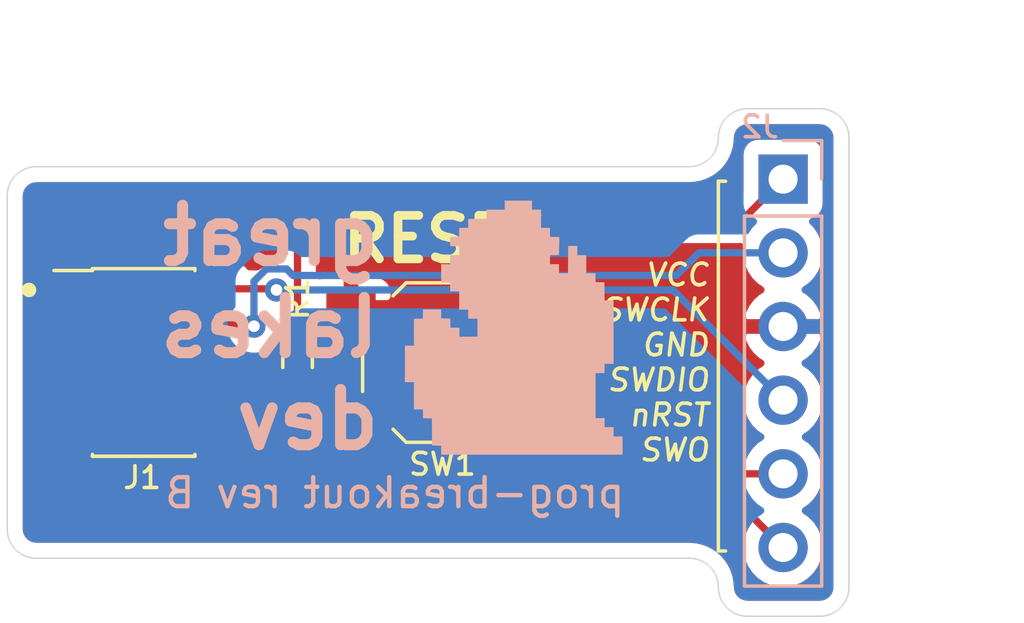
<source format=kicad_pcb>
(kicad_pcb (version 20211014) (generator pcbnew)
  (title_block (title "prog-breakout") (date "2022-12-30") (rev "B") (company "greatlakesdev") (comment 1 "CC-BY-SA"))
  (layers (0 "F.Cu" signal) (31 "B.Cu" signal) (34 "B.Paste" user) (35 "F.Paste" user) (36 "B.SilkS" user "B.Silkscreen") (37 "F.SilkS" user "F.Silkscreen") (38 "B.Mask" user) (39 "F.Mask" user) (44 "Edge.Cuts" user))
  (net 0 "")
  (net 1 "GND")
  (net 2 "Net-(J1-Pad8)")
  (net 3 "Net-(J1-Pad7)")
  (net 4 "SWDIO")
  (net 5 "VTARGET")
  (net 6 "nRST")
  (net 7 "SWO")
  (net 8 "SWCLK")
  (footprint "Connector_PinHeader_1.27mm:PinHeader_2x05_P1.27mm_Vertical_SMD" (layer "F.Cu") (at 103.7 81.25)
    (fp_text reference "J1" (at -0.05 3.97) (layer "F.SilkS") (effects (font (size 0.75 0.75) (thickness 0.125))))
    (fp_text value "Conn_02x05_Odd_Even")
    (fp_line (start -1.765 3.235) (end 1.765 3.235) (layer "F.SilkS") (width 0.12))
    (fp_line (start -1.765 -3.235) (end 1.765 -3.235) (layer "F.SilkS") (width 0.12))
    (fp_line (start 1.765 3.17) (end 1.765 3.235) (layer "F.SilkS") (width 0.12))
    (fp_line (start -1.765 -3.235) (end -1.765 -3.17) (layer "F.SilkS") (width 0.12))
    (fp_line (start 1.765 -3.235) (end 1.765 -3.17) (layer "F.SilkS") (width 0.12))
    (fp_line (start -3.09 -3.17) (end -1.765 -3.17) (layer "F.SilkS") (width 0.12))
    (fp_line (start -1.765 3.17) (end -1.765 3.235) (layer "F.SilkS") (width 0.12))
    (pad "1" smd rect locked (at -1.95 -2.54) (size 2.4 0.74) (layers "F.Cu" "F.Paste" "F.Mask") (net 5 "VTARGET"))
    (pad "2" smd rect locked (at 1.95 -2.54) (size 2.4 0.74) (layers "F.Cu" "F.Paste" "F.Mask") (net 4 "SWDIO"))
    (pad "3" smd rect locked (at -1.95 -1.27) (size 2.4 0.74) (layers "F.Cu" "F.Paste" "F.Mask") (net 1 "GND"))
    (pad "4" smd rect locked (at 1.95 -1.27) (size 2.4 0.74) (layers "F.Cu" "F.Paste" "F.Mask") (net 8 "SWCLK"))
    (pad "5" smd rect locked (at -1.95 0) (size 2.4 0.74) (layers "F.Cu" "F.Paste" "F.Mask") (net 1 "GND"))
    (pad "6" smd rect locked (at 1.95 0) (size 2.4 0.74) (layers "F.Cu" "F.Paste" "F.Mask") (net 7 "SWO"))
    (pad "7" smd rect locked (at -1.95 1.27) (size 2.4 0.74) (layers "F.Cu" "F.Paste" "F.Mask") (net 3 "Net-(J1-Pad7)"))
    (pad "8" smd rect locked (at 1.95 1.27) (size 2.4 0.74) (layers "F.Cu" "F.Paste" "F.Mask") (net 2 "Net-(J1-Pad8)"))
    (pad "9" smd rect locked (at -1.95 2.54) (size 2.4 0.74) (layers "F.Cu" "F.Paste" "F.Mask") (net 1 "GND"))
    (pad "10" smd rect locked (at 1.95 2.54) (size 2.4 0.74) (layers "F.Cu" "F.Paste" "F.Mask") (net 6 "nRST"))
  )
  (footprint "Resistor_SMD:R_0603_1608Metric" (layer "F.Cu") (at 109.002269 81.26151 90)
    (fp_text reference "R1" (at 2.2125 0 90) (layer "F.SilkS") (effects (font (size 0.75 0.75) (thickness 0.125))))
    (fp_text value "10k")
    (fp_line (start -0.162779 -0.51) (end 0.162779 -0.51) (layer "F.SilkS") (width 0.12))
    (fp_line (start -0.162779 0.51) (end 0.162779 0.51) (layer "F.SilkS") (width 0.12))
    (pad "1" smd roundrect locked (at -0.7875 0 90) (size 0.875 0.95) (layers "F.Cu" "F.Paste" "F.Mask") (net 6 "nRST"))
    (pad "2" smd roundrect locked (at 0.7875 0 90) (size 0.875 0.95) (layers "F.Cu" "F.Paste" "F.Mask") (net 5 "VTARGET"))
  )
  (footprint "Button_Switch_SMD:SW_SPST_TL3342" (layer "F.Cu") (at 113.993377 81.253066 180)
    (fp_text reference "SW1" (at 0 -3.504809) (layer "F.SilkS") (effects (font (size 0.75 0.75) (thickness 0.125))))
    (fp_text value "RESET")
    (fp_line (start -1.7 2.3) (end -1.25 2.75) (layer "F.SilkS") (width 0.12))
    (fp_line (start 1.7 -2.3) (end 1.25 -2.75) (layer "F.SilkS") (width 0.12))
    (fp_line (start -2.75 -1) (end -2.75 1) (layer "F.SilkS") (width 0.12))
    (fp_line (start -1.7 -2.3) (end -1.25 -2.75) (layer "F.SilkS") (width 0.12))
    (fp_line (start -1.25 -2.75) (end 1.25 -2.75) (layer "F.SilkS") (width 0.12))
    (fp_line (start 1.7 2.3) (end 1.25 2.75) (layer "F.SilkS") (width 0.12))
    (fp_line (start -1.25 2.75) (end 1.25 2.75) (layer "F.SilkS") (width 0.12))
    (fp_line (start 2.75 -1) (end 2.75 1) (layer "F.SilkS") (width 0.12))
    (pad "1" smd rect locked (at -3.15 -1.9 180) (size 1.7 1) (layers "F.Cu" "F.Paste" "F.Mask") (net 6 "nRST"))
    (pad "1" smd rect locked (at 3.15 -1.9 180) (size 1.7 1) (layers "F.Cu" "F.Paste" "F.Mask") (net 6 "nRST"))
    (pad "2" smd rect locked (at 3.15 1.9 180) (size 1.7 1) (layers "F.Cu" "F.Paste" "F.Mask") (net 1 "GND"))
    (pad "2" smd rect locked (at -3.15 1.9 180) (size 1.7 1) (layers "F.Cu" "F.Paste" "F.Mask") (net 1 "GND"))
  )
  (footprint "Connector_PinHeader_2.54mm:PinHeader_1x06_P2.54mm_Vertical" (layer "B.Cu") (at 125.73 74.93 180)
    (fp_text reference "J2" (at 0.797967 1.80599) (layer "B.SilkS") (effects (font (size 0.75 0.75) (thickness 0.125)) (justify mirror)))
    (fp_text value "Conn_01x06_Female")
    (fp_line (start -1.33 -14.03) (end 1.33 -14.03) (layer "B.SilkS") (width 0.12))
    (fp_line (start -1.33 1.33) (end 0 1.33) (layer "B.SilkS") (width 0.12))
    (fp_line (start -1.33 -1.27) (end -1.33 -14.03) (layer "B.SilkS") (width 0.12))
    (fp_line (start -1.33 -1.27) (end 1.33 -1.27) (layer "B.SilkS") (width 0.12))
    (fp_line (start 1.33 -1.27) (end 1.33 -14.03) (layer "B.SilkS") (width 0.12))
    (fp_line (start -1.33 0) (end -1.33 1.33) (layer "B.SilkS") (width 0.12))
    (pad "1" thru_hole rect locked (at 0 0 180) (size 1.7 1.7) (drill 1) (layers *.Cu *.Mask) (net 5 "VTARGET"))
    (pad "2" thru_hole oval locked (at 0 -2.54 180) (size 1.7 1.7) (drill 1) (layers *.Cu *.Mask) (net 8 "SWCLK"))
    (pad "3" thru_hole oval locked (at 0 -5.08 180) (size 1.7 1.7) (drill 1) (layers *.Cu *.Mask) (net 1 "GND"))
    (pad "4" thru_hole oval locked (at 0 -7.62 180) (size 1.7 1.7) (drill 1) (layers *.Cu *.Mask) (net 4 "SWDIO"))
    (pad "5" thru_hole oval locked (at 0 -10.16 180) (size 1.7 1.7) (drill 1) (layers *.Cu *.Mask) (net 6 "nRST"))
    (pad "6" thru_hole oval locked (at 0 -12.7 180) (size 1.7 1.7) (drill 1) (layers *.Cu *.Mask) (net 7 "SWO"))
  )
  (footprint "gld:gld-logo" (layer "B.Cu") (at 116.45 80.05 180)
    (fp_text reference "G***" hide)
    (fp_text value "LOGO" hide)
    (fp_text user "great" (at 4.445 3.175 unlocked) (layer "B.SilkS") (effects (font (size 1.905 1.905) (thickness 0.381)) (justify left mirror)))
    (fp_text user "dev" (at 4.445 -3.175 unlocked) (layer "B.SilkS") (effects (font (size 1.905 1.905) (thickness 0.381)) (justify left mirror)))
    (fp_text user "lakes" (at 4.445 0 unlocked) (layer "B.SilkS") (effects (font (size 1.905 1.905) (thickness 0.381)) (justify left mirror)))
    (fp_poly (pts (xy 0.31 4.07) (xy 0.94 4.07) (xy 0.94 3.75) (xy 1.57 3.75) (xy 1.57 3.44) (xy 1.88 3.44) (xy 1.88 3.13) (xy 2.19 3.13) (xy 2.19 2.81) (xy 1.88 2.81) (xy 1.88 2.5) (xy 2.19 2.5) (xy 2.19 2.19) (xy 2.5 2.19) (xy 2.5 1.56) (xy 2.19 1.56) (xy 2.19 1.25) (xy 1.88 1.25) (xy 1.88 0.62) (xy 1.57 0.62) (xy 1.57 0.31) (xy 1.25 0.31) (xy 1.25 -0.31) (xy 1.87 -0.31) (xy 1.87 0) (xy 2.179492 0) (xy 2.185 0.315) (xy 2.3425 0.317754) (xy 2.499999 0.320508) (xy 2.5 0.475254) (xy 2.5 0.63) (xy 3.13 0.63) (xy 3.13 0.31) (xy 3.44 0.31) (xy 3.44 -0.62) (xy 3.75 -0.62) (xy 3.75 -1.88) (xy 3.44 -1.88) (xy 3.44 -2.82) (xy 3.13052 -2.82) (xy 3.125 -3.125) (xy 2.972598 -3.127759) (xy 2.820197 -3.130519) (xy 2.817598 -3.597759) (xy 2.815 -4.065) (xy 2.6575 -4.067753) (xy 2.5 -4.070507) (xy 2.5 -4.38) (xy -3.75 -4.38) (xy -3.75 -3.75) (xy -3.44 -3.75) (xy -3.44 -3.43) (xy -3.13 -3.43) (xy -3.13 -3.12) (xy -2.82 -3.12) (xy -2.82 -1.57052) (xy -3.125 -1.565) (xy -3.130508 -1.25) (xy -3.44 -1.25) (xy -3.44 0.94) (xy -3.130285 0.94) (xy -3.127643 1.2525) (xy -3.125 1.565) (xy -2.97276 1.56776) (xy -2.820519 1.570519) (xy -2.81776 1.72276) (xy -2.815 1.875) (xy -2.5 1.880508) (xy -2.5 2.5) (xy -2.19 2.5) (xy -2.19 2.820508) (xy -1.875 2.815) (xy -1.872402 2.347501) (xy -1.869803 1.880001) (xy -1.714902 1.880001) (xy -1.56 1.88) (xy -1.56 2.19) (xy -1.25 2.19) (xy -1.25 2.5) (xy -1.403403 2.500001) (xy -1.556806 2.500001) (xy -1.56338 2.732501) (xy -1.565315 2.804559) (xy -1.567027 2.875244) (xy -1.568426 2.940302) (xy -1.569424 2.995483) (xy -1.569932 3.036534) (xy -1.569977 3.0475) (xy -1.57 3.13) (xy -1.25 3.13) (xy -1.25 3.44) (xy -0.94 3.44) (xy -0.94 4.07) (xy -0.63 4.07) (xy -0.63 4.38) (xy 0.31 4.38)) (layer "B.SilkS") (width 0) (fill solid))
  )
  (gr_line (start 123.5 87.75) (end 123.75 87.75) (layer "F.SilkS") (width 0.12))
  (gr_line (start 123.75 75) (end 123.5 75) (layer "F.SilkS") (width 0.12))
  (gr_circle (center 99.75 78.75) (end 99.875 78.75) (layer "F.SilkS") (width 0.25) (fill none))
  (gr_line (start 123.5 75) (end 123.5 87.75) (layer "F.SilkS") (width 0.12))
  (gr_line (start 124.5 72.5) (end 127 72.5) (layer "Edge.Cuts") (width 0.05))
  (gr_line (start 128 73.5) (end 128 89) (layer "Edge.Cuts") (width 0.05))
  (gr_line (start 127 90) (end 124.5 90) (layer "Edge.Cuts") (width 0.05))
  (gr_line (start 99 87) (end 99 75.5) (layer "Edge.Cuts") (width 0.05))
  (gr_line (start 100 88) (end 122.5 88) (layer "Edge.Cuts") (width 0.05))
  (gr_line (start 122.5 74.5) (end 100 74.5) (layer "Edge.Cuts") (width 0.05))
  (gr_arc (start 128 89) (mid 127.707107 89.707107) (end 127 90) (layer "Edge.Cuts") (width 0.05))
  (gr_arc (start 99 75.5) (mid 99.292893 74.792893) (end 100 74.5) (layer "Edge.Cuts") (width 0.05))
  (gr_arc (start 127 72.5) (mid 127.707107 72.792893) (end 128 73.5) (layer "Edge.Cuts") (width 0.05))
  (gr_arc (start 123.5 73.5) (mid 123.207107 74.207107) (end 122.5 74.5) (layer "Edge.Cuts") (width 0.05))
  (gr_arc (start 100 88) (mid 99.292893 87.707107) (end 99 87) (layer "Edge.Cuts") (width 0.05))
  (gr_arc (start 122.5 88) (mid 123.207107 88.292893) (end 123.5 89) (layer "Edge.Cuts") (width 0.05))
  (gr_arc (start 123.5 73.5) (mid 123.792893 72.792893) (end 124.5 72.5) (layer "Edge.Cuts") (width 0.05))
  (gr_arc (start 124.5 90) (mid 123.792893 89.707107) (end 123.5 89) (layer "Edge.Cuts") (width 0.05))
  (gr_text "prog-breakout rev B" (at 112.35 85.75) (layer "B.SilkS") (effects (font (size 1 1)) (justify mirror)))
  (gr_text "VCC\nSWCLK\nGND\nSWDIO\nnRST\nSWO" (at 123.25 81.25) (layer "F.SilkS") (effects (font (size 0.75 0.75) (thickness 0.125) italic) (justify right)))
  (gr_text "RESET" (at 114 77) (layer "F.SilkS") (effects (font (size 1.5 1.5) (thickness 0.3))))
  (segment (start 105.65 78.71) (end 108.235 78.71) (width 0.25) (layer "F.Cu") (net 4))
  (segment (start 108.235 78.71) (end 108.275 78.75) (width 0.25) (layer "F.Cu") (net 4))
  (via (at 108.275 78.75) (size 0.8) (drill 0.4) (layers "F.Cu" "B.Cu") (net 4))
  (segment (start 121.93 78.75) (end 108.275 78.75) (width 0.25) (layer "B.Cu") (net 4))
  (segment (start 125.73 82.55) (end 121.93 78.75) (width 0.25) (layer "B.Cu") (net 4))
  (segment (start 109 76.5) (end 110 76.5) (width 0.25) (layer "F.Cu") (net 5))
  (segment (start 124.16 76.5) (end 125.73 74.93) (width 0.25) (layer "F.Cu") (net 5))
  (segment (start 109 80.5) (end 109 76.5) (width 0.25) (layer "F.Cu") (net 5))
  (segment (start 110 76.5) (end 124.16 76.5) (width 0.25) (layer "F.Cu") (net 5))
  (segment (start 101.6 77.4) (end 102.5 76.5) (width 0.25) (layer "F.Cu") (net 5))
  (segment (start 101.6 78.46) (end 101.6 77.4) (width 0.25) (layer "F.Cu") (net 5))
  (segment (start 102.5 76.5) (end 109 76.5) (width 0.25) (layer "F.Cu") (net 5))
  (segment (start 110.843377 83.153066) (end 109.096934 83.153066) (width 0.25) (layer "F.Cu") (net 6))
  (segment (start 110.843377 83.153066) (end 117.143377 83.153066) (width 0.25) (layer "F.Cu") (net 6))
  (segment (start 122.7864 84.04999) (end 118.29999 84.04999) (width 0.25) (layer "F.Cu") (net 6))
  (segment (start 117.403066 83.153066) (end 117.143377 83.153066) (width 0.25) (layer "F.Cu") (net 6))
  (segment (start 109.002269 83.247731) (end 109.002269 82.04901) (width 0.25) (layer "F.Cu") (net 6))
  (segment (start 110.840992 83.05) (end 111.2 83.05) (width 0.25) (layer "F.Cu") (net 6))
  (segment (start 118.29999 84.04999) (end 117.403066 83.153066) (width 0.25) (layer "F.Cu") (net 6))
  (segment (start 123.82641 85.09) (end 122.7864 84.04999) (width 0.25) (layer "F.Cu") (net 6))
  (segment (start 125.73 85.09) (end 123.82641 85.09) (width 0.25) (layer "F.Cu") (net 6))
  (segment (start 108.46 83.79) (end 109.002269 83.247731) (width 0.25) (layer "F.Cu") (net 6))
  (segment (start 105.65 83.79) (end 108.46 83.79) (width 0.25) (layer "F.Cu") (net 6))
  (segment (start 109.096934 83.153066) (end 109.002269 83.247731) (width 0.25) (layer "F.Cu") (net 6))
  (segment (start 111.2 83.05) (end 110.7 83.05) (width 0.25) (layer "F.Cu") (net 6))
  (segment (start 104.124999 81.375001) (end 104.25 81.25) (width 0.25) (layer "F.Cu") (net 7))
  (segment (start 122.6 84.5) (end 104.25 84.5) (width 0.25) (layer "F.Cu") (net 7))
  (segment (start 125.73 87.63) (end 122.6 84.5) (width 0.25) (layer "F.Cu") (net 7))
  (segment (start 104.25 81.25) (end 105.65 81.25) (width 0.25) (layer "F.Cu") (net 7))
  (segment (start 104.25 84.5) (end 104.124999 84.374999) (width 0.25) (layer "F.Cu") (net 7))
  (segment (start 104.124999 84.374999) (end 104.124999 81.375001) (width 0.25) (layer "F.Cu") (net 7))
  (segment (start 107.48 79.98) (end 107.5 80) (width 0.25) (layer "F.Cu") (net 8))
  (segment (start 105.65 79.98) (end 107.48 79.98) (width 0.25) (layer "F.Cu") (net 8))
  (via (at 107.5 80) (size 0.8) (drill 0.4) (layers "F.Cu" "B.Cu") (net 8))
  (segment (start 122.829991 77.47) (end 122.049991 78.25) (width 0.25) (layer "B.Cu") (net 8))
  (segment (start 122.049991 78.25) (end 108.848002 78.25) (width 0.25) (layer "B.Cu") (net 8))
  (segment (start 108.623001 78.024999) (end 107.926999 78.024999) (width 0.25) (layer "B.Cu") (net 8))
  (segment (start 125.73 77.47) (end 122.829991 77.47) (width 0.25) (layer "B.Cu") (net 8))
  (segment (start 108.848002 78.25) (end 108.623001 78.024999) (width 0.25) (layer "B.Cu") (net 8))
  (segment (start 107.5 78.451998) (end 107.5 80) (width 0.25) (layer "B.Cu") (net 8))
  (segment (start 107.926999 78.024999) (end 107.5 78.451998) (width 0.25) (layer "B.Cu") (net 8))
  (zone (net 1) (net_name "GND") (layer "F.Cu") (connect_pads (clearance 0.508)) (min_thickness 0.254) (fill yes (thermal_gap 0.508) (thermal_bridge_width 0.508))
    (polygon (pts (xy 128.25 90.25) (xy 98.75 90.25) (xy 98.75 72.25) (xy 128.25 72.25)))
  )
  (zone (net 1) (net_name "GND") (layer "B.Cu") (connect_pads (clearance 0.508)) (min_thickness 0.254) (fill yes (thermal_gap 0.508) (thermal_bridge_width 0.508))
    (polygon (pts (xy 128.25 90.25) (xy 98.75 90.25) (xy 98.75 72.25) (xy 128.25 72.25)))
  )
)
</source>
